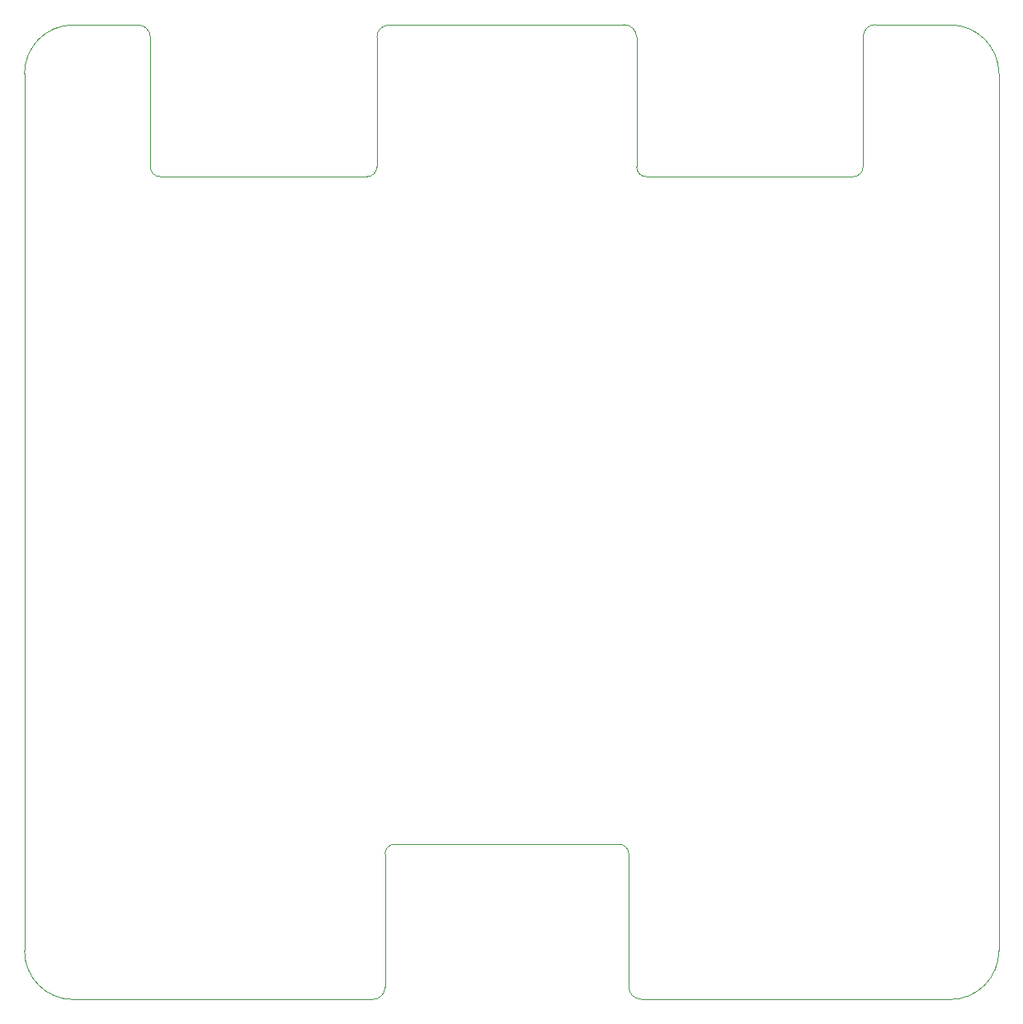
<source format=gbr>
%TF.GenerationSoftware,Altium Limited,Altium Designer,22.5.1 (42)*%
G04 Layer_Color=0*
%FSLAX44Y44*%
%MOMM*%
%TF.SameCoordinates,FC5E5A78-ED25-47B3-91C5-E03428921660*%
%TF.FilePolarity,Positive*%
%TF.FileFunction,Profile,NP*%
%TF.Part,Single*%
G01*
G75*
%TA.AperFunction,Profile*%
%ADD109C,0.0254*%
D109*
X-495110Y-449320D02*
G03*
X-445110Y-499320I50000J0D01*
G01*
X-446000Y-499320D01*
X-137810Y-499320D01*
D02*
G03*
X-125110Y-486620I0J12700D01*
G01*
Y-350000D01*
D02*
G02*
X-115110Y-340000I10000J0D01*
G01*
X38890Y-340000D01*
X114680D01*
X115000Y-340000D01*
D02*
G02*
X125000Y-350000I0J-10000D01*
G01*
Y-486300D01*
D02*
G03*
X137700Y-499000I12700J0D01*
G01*
X454890D01*
Y-499320D01*
D02*
G03*
X504890Y-449320I0J50000D01*
G01*
Y450680D01*
D02*
G03*
X454890Y500680I-50000J0D01*
G01*
X454570Y501000D01*
X378200D01*
D02*
G03*
X365500Y488300I0J-12700D01*
G01*
Y355000D01*
D02*
G02*
X355500Y345000I-10000J0D01*
G01*
X143000D01*
D02*
G02*
X133000Y355000I0J10000D01*
G01*
Y488300D01*
D02*
G03*
X120300Y501000I-12700J0D01*
G01*
X119980Y500680D01*
X-120800D01*
D02*
G03*
X-133500Y487980I0J-12700D01*
G01*
Y355000D01*
D02*
G02*
X-143500Y345000I-10000J0D01*
G01*
X-356000D01*
D02*
G02*
X-366000Y355000I0J10000D01*
G01*
Y487980D01*
D02*
G03*
X-378700Y500680I-12700J0D01*
G01*
X-445110D01*
D02*
G03*
X-495110Y450680I0J-50000D01*
G01*
Y-449320D01*
%TF.MD5,05aa0c2d2080aaf091e9fc8a5b577d5d*%
M02*

</source>
